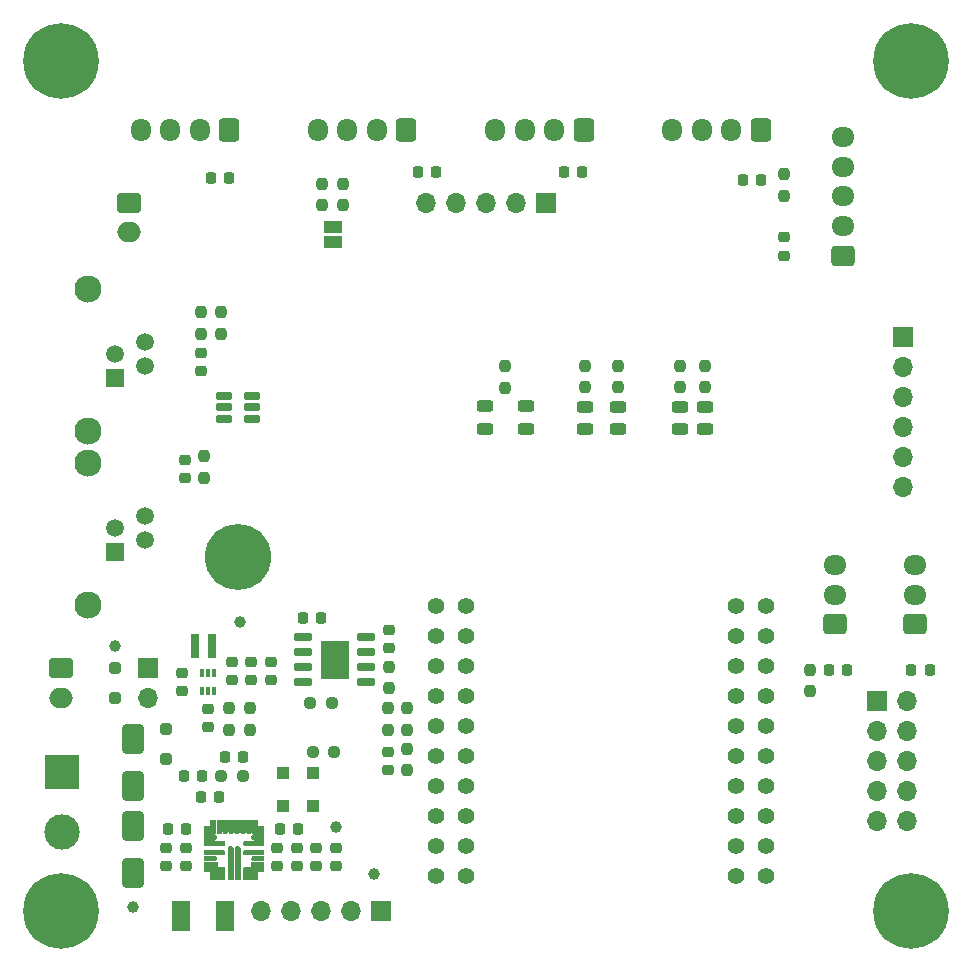
<source format=gbr>
%TF.GenerationSoftware,KiCad,Pcbnew,8.0.2*%
%TF.CreationDate,2024-05-30T14:16:54+02:00*%
%TF.ProjectId,Weather_IOT_1.0,57656174-6865-4725-9f49-4f545f312e30,1.0*%
%TF.SameCoordinates,Original*%
%TF.FileFunction,Soldermask,Top*%
%TF.FilePolarity,Negative*%
%FSLAX46Y46*%
G04 Gerber Fmt 4.6, Leading zero omitted, Abs format (unit mm)*
G04 Created by KiCad (PCBNEW 8.0.2) date 2024-05-30 14:16:54*
%MOMM*%
%LPD*%
G01*
G04 APERTURE LIST*
G04 Aperture macros list*
%AMRoundRect*
0 Rectangle with rounded corners*
0 $1 Rounding radius*
0 $2 $3 $4 $5 $6 $7 $8 $9 X,Y pos of 4 corners*
0 Add a 4 corners polygon primitive as box body*
4,1,4,$2,$3,$4,$5,$6,$7,$8,$9,$2,$3,0*
0 Add four circle primitives for the rounded corners*
1,1,$1+$1,$2,$3*
1,1,$1+$1,$4,$5*
1,1,$1+$1,$6,$7*
1,1,$1+$1,$8,$9*
0 Add four rect primitives between the rounded corners*
20,1,$1+$1,$2,$3,$4,$5,0*
20,1,$1+$1,$4,$5,$6,$7,0*
20,1,$1+$1,$6,$7,$8,$9,0*
20,1,$1+$1,$8,$9,$2,$3,0*%
G04 Aperture macros list end*
%ADD10C,0.010000*%
%ADD11RoundRect,0.225000X-0.250000X0.225000X-0.250000X-0.225000X0.250000X-0.225000X0.250000X0.225000X0*%
%ADD12C,2.300000*%
%ADD13R,1.500000X1.500000*%
%ADD14C,1.500000*%
%ADD15RoundRect,0.250000X0.725000X-0.600000X0.725000X0.600000X-0.725000X0.600000X-0.725000X-0.600000X0*%
%ADD16O,1.950000X1.700000*%
%ADD17C,0.800000*%
%ADD18C,6.400000*%
%ADD19C,1.000000*%
%ADD20RoundRect,0.237500X0.237500X-0.250000X0.237500X0.250000X-0.237500X0.250000X-0.237500X-0.250000X0*%
%ADD21R,1.500000X1.000000*%
%ADD22RoundRect,0.243750X-0.456250X0.243750X-0.456250X-0.243750X0.456250X-0.243750X0.456250X0.243750X0*%
%ADD23RoundRect,0.250000X-0.750000X0.600000X-0.750000X-0.600000X0.750000X-0.600000X0.750000X0.600000X0*%
%ADD24O,2.000000X1.700000*%
%ADD25RoundRect,0.250000X0.650000X-1.000000X0.650000X1.000000X-0.650000X1.000000X-0.650000X-1.000000X0*%
%ADD26RoundRect,0.237500X-0.237500X0.250000X-0.237500X-0.250000X0.237500X-0.250000X0.237500X0.250000X0*%
%ADD27RoundRect,0.225000X0.225000X0.250000X-0.225000X0.250000X-0.225000X-0.250000X0.225000X-0.250000X0*%
%ADD28RoundRect,0.243750X0.456250X-0.243750X0.456250X0.243750X-0.456250X0.243750X-0.456250X-0.243750X0*%
%ADD29RoundRect,0.250000X0.600000X0.725000X-0.600000X0.725000X-0.600000X-0.725000X0.600000X-0.725000X0*%
%ADD30O,1.700000X1.950000*%
%ADD31R,0.700000X2.000000*%
%ADD32R,0.340000X0.700000*%
%ADD33RoundRect,0.225000X-0.225000X-0.250000X0.225000X-0.250000X0.225000X0.250000X-0.225000X0.250000X0*%
%ADD34R,1.700000X1.700000*%
%ADD35O,1.700000X1.700000*%
%ADD36R,1.500000X2.500000*%
%ADD37RoundRect,0.225000X0.250000X-0.225000X0.250000X0.225000X-0.250000X0.225000X-0.250000X-0.225000X0*%
%ADD38RoundRect,0.237500X0.250000X0.237500X-0.250000X0.237500X-0.250000X-0.237500X0.250000X-0.237500X0*%
%ADD39RoundRect,0.150000X0.650000X0.150000X-0.650000X0.150000X-0.650000X-0.150000X0.650000X-0.150000X0*%
%ADD40R,2.400000X3.200000*%
%ADD41RoundRect,0.250000X-0.650000X1.000000X-0.650000X-1.000000X0.650000X-1.000000X0.650000X1.000000X0*%
%ADD42C,1.400000*%
%ADD43RoundRect,0.042000X-0.633000X-0.258000X0.633000X-0.258000X0.633000X0.258000X-0.633000X0.258000X0*%
%ADD44C,5.600000*%
%ADD45RoundRect,0.237500X-0.250000X-0.237500X0.250000X-0.237500X0.250000X0.237500X-0.250000X0.237500X0*%
%ADD46RoundRect,0.250000X0.300000X-0.300000X0.300000X0.300000X-0.300000X0.300000X-0.300000X-0.300000X0*%
%ADD47RoundRect,0.250000X0.250000X-0.250000X0.250000X0.250000X-0.250000X0.250000X-0.250000X-0.250000X0*%
%ADD48RoundRect,0.250000X-0.250000X0.250000X-0.250000X-0.250000X0.250000X-0.250000X0.250000X0.250000X0*%
%ADD49R,3.000000X3.000000*%
%ADD50C,3.000000*%
G04 APERTURE END LIST*
D10*
%TO.C,U3*%
X117075000Y-129402000D02*
X116150000Y-129402000D01*
X116150000Y-128802000D01*
X116625000Y-128802000D01*
X116625000Y-128327000D01*
X117075000Y-128327000D01*
X117075000Y-129402000D01*
G36*
X117075000Y-129402000D02*
G01*
X116150000Y-129402000D01*
X116150000Y-128802000D01*
X116625000Y-128802000D01*
X116625000Y-128327000D01*
X117075000Y-128327000D01*
X117075000Y-129402000D01*
G37*
X120625000Y-128802000D02*
X121100000Y-128802000D01*
X121100000Y-129402000D01*
X120175000Y-129402000D01*
X120175000Y-128327000D01*
X120625000Y-128327000D01*
X120625000Y-128802000D01*
G36*
X120625000Y-128802000D02*
G01*
X121100000Y-128802000D01*
X121100000Y-129402000D01*
X120175000Y-129402000D01*
X120175000Y-128327000D01*
X120625000Y-128327000D01*
X120625000Y-128802000D01*
G37*
X116968000Y-131353000D02*
X116986000Y-131356000D01*
X117004000Y-131361000D01*
X117021000Y-131367000D01*
X117037000Y-131375000D01*
X117053000Y-131385000D01*
X117067000Y-131397000D01*
X117080000Y-131410000D01*
X117092000Y-131424000D01*
X117102000Y-131440000D01*
X117110000Y-131456000D01*
X117116000Y-131473000D01*
X117121000Y-131491000D01*
X117124000Y-131509000D01*
X117125000Y-131527000D01*
X117124000Y-131545000D01*
X117121000Y-131563000D01*
X117116000Y-131581000D01*
X117110000Y-131598000D01*
X117102000Y-131615000D01*
X117092000Y-131630000D01*
X117080000Y-131644000D01*
X117067000Y-131657000D01*
X117053000Y-131669000D01*
X117037000Y-131679000D01*
X117021000Y-131687000D01*
X117004000Y-131693000D01*
X116986000Y-131698000D01*
X116968000Y-131701000D01*
X116950000Y-131702000D01*
X116150000Y-131702000D01*
X116150000Y-131352000D01*
X116950000Y-131352000D01*
X116968000Y-131353000D01*
G36*
X116968000Y-131353000D02*
G01*
X116986000Y-131356000D01*
X117004000Y-131361000D01*
X117021000Y-131367000D01*
X117037000Y-131375000D01*
X117053000Y-131385000D01*
X117067000Y-131397000D01*
X117080000Y-131410000D01*
X117092000Y-131424000D01*
X117102000Y-131440000D01*
X117110000Y-131456000D01*
X117116000Y-131473000D01*
X117121000Y-131491000D01*
X117124000Y-131509000D01*
X117125000Y-131527000D01*
X117124000Y-131545000D01*
X117121000Y-131563000D01*
X117116000Y-131581000D01*
X117110000Y-131598000D01*
X117102000Y-131615000D01*
X117092000Y-131630000D01*
X117080000Y-131644000D01*
X117067000Y-131657000D01*
X117053000Y-131669000D01*
X117037000Y-131679000D01*
X117021000Y-131687000D01*
X117004000Y-131693000D01*
X116986000Y-131698000D01*
X116968000Y-131701000D01*
X116950000Y-131702000D01*
X116150000Y-131702000D01*
X116150000Y-131352000D01*
X116950000Y-131352000D01*
X116968000Y-131353000D01*
G37*
X116924000Y-129503000D02*
X116947000Y-129507000D01*
X116970000Y-129513000D01*
X116992000Y-129521000D01*
X117012000Y-129532000D01*
X117032000Y-129545000D01*
X117051000Y-129560000D01*
X117067000Y-129576000D01*
X117082000Y-129595000D01*
X117095000Y-129614000D01*
X117106000Y-129635000D01*
X117114000Y-129657000D01*
X117120000Y-129680000D01*
X117124000Y-129703000D01*
X117125000Y-129727000D01*
X117124000Y-129751000D01*
X117120000Y-129774000D01*
X117114000Y-129797000D01*
X117106000Y-129819000D01*
X117095000Y-129840000D01*
X117082000Y-129859000D01*
X117067000Y-129878000D01*
X117051000Y-129894000D01*
X117032000Y-129909000D01*
X117012000Y-129922000D01*
X116992000Y-129933000D01*
X116970000Y-129941000D01*
X116947000Y-129947000D01*
X116924000Y-129951000D01*
X116900000Y-129952000D01*
X116150000Y-129952000D01*
X116150000Y-129502000D01*
X116900000Y-129502000D01*
X116924000Y-129503000D01*
G36*
X116924000Y-129503000D02*
G01*
X116947000Y-129507000D01*
X116970000Y-129513000D01*
X116992000Y-129521000D01*
X117012000Y-129532000D01*
X117032000Y-129545000D01*
X117051000Y-129560000D01*
X117067000Y-129576000D01*
X117082000Y-129595000D01*
X117095000Y-129614000D01*
X117106000Y-129635000D01*
X117114000Y-129657000D01*
X117120000Y-129680000D01*
X117124000Y-129703000D01*
X117125000Y-129727000D01*
X117124000Y-129751000D01*
X117120000Y-129774000D01*
X117114000Y-129797000D01*
X117106000Y-129819000D01*
X117095000Y-129840000D01*
X117082000Y-129859000D01*
X117067000Y-129878000D01*
X117051000Y-129894000D01*
X117032000Y-129909000D01*
X117012000Y-129922000D01*
X116992000Y-129933000D01*
X116970000Y-129941000D01*
X116947000Y-129947000D01*
X116924000Y-129951000D01*
X116900000Y-129952000D01*
X116150000Y-129952000D01*
X116150000Y-129502000D01*
X116900000Y-129502000D01*
X116924000Y-129503000D01*
G37*
X117575000Y-129202000D02*
X117574000Y-129223000D01*
X117571000Y-129244000D01*
X117565000Y-129264000D01*
X117558000Y-129283000D01*
X117548000Y-129302000D01*
X117537000Y-129320000D01*
X117524000Y-129336000D01*
X117509000Y-129351000D01*
X117493000Y-129364000D01*
X117475000Y-129375000D01*
X117456000Y-129385000D01*
X117437000Y-129392000D01*
X117417000Y-129398000D01*
X117396000Y-129401000D01*
X117375000Y-129402000D01*
X117354000Y-129401000D01*
X117333000Y-129398000D01*
X117313000Y-129392000D01*
X117294000Y-129385000D01*
X117275000Y-129375000D01*
X117257000Y-129364000D01*
X117241000Y-129351000D01*
X117226000Y-129336000D01*
X117213000Y-129320000D01*
X117202000Y-129302000D01*
X117192000Y-129283000D01*
X117185000Y-129264000D01*
X117179000Y-129244000D01*
X117176000Y-129223000D01*
X117175000Y-129202000D01*
X117175000Y-128327000D01*
X117575000Y-128327000D01*
X117575000Y-129202000D01*
G36*
X117575000Y-129202000D02*
G01*
X117574000Y-129223000D01*
X117571000Y-129244000D01*
X117565000Y-129264000D01*
X117558000Y-129283000D01*
X117548000Y-129302000D01*
X117537000Y-129320000D01*
X117524000Y-129336000D01*
X117509000Y-129351000D01*
X117493000Y-129364000D01*
X117475000Y-129375000D01*
X117456000Y-129385000D01*
X117437000Y-129392000D01*
X117417000Y-129398000D01*
X117396000Y-129401000D01*
X117375000Y-129402000D01*
X117354000Y-129401000D01*
X117333000Y-129398000D01*
X117313000Y-129392000D01*
X117294000Y-129385000D01*
X117275000Y-129375000D01*
X117257000Y-129364000D01*
X117241000Y-129351000D01*
X117226000Y-129336000D01*
X117213000Y-129320000D01*
X117202000Y-129302000D01*
X117192000Y-129283000D01*
X117185000Y-129264000D01*
X117179000Y-129244000D01*
X117176000Y-129223000D01*
X117175000Y-129202000D01*
X117175000Y-128327000D01*
X117575000Y-128327000D01*
X117575000Y-129202000D01*
G37*
X118075000Y-129202000D02*
X118074000Y-129223000D01*
X118071000Y-129244000D01*
X118065000Y-129264000D01*
X118058000Y-129283000D01*
X118048000Y-129302000D01*
X118037000Y-129320000D01*
X118024000Y-129336000D01*
X118009000Y-129351000D01*
X117993000Y-129364000D01*
X117975000Y-129375000D01*
X117956000Y-129385000D01*
X117937000Y-129392000D01*
X117917000Y-129398000D01*
X117896000Y-129401000D01*
X117875000Y-129402000D01*
X117854000Y-129401000D01*
X117833000Y-129398000D01*
X117813000Y-129392000D01*
X117794000Y-129385000D01*
X117775000Y-129375000D01*
X117757000Y-129364000D01*
X117741000Y-129351000D01*
X117726000Y-129336000D01*
X117713000Y-129320000D01*
X117702000Y-129302000D01*
X117692000Y-129283000D01*
X117685000Y-129264000D01*
X117679000Y-129244000D01*
X117676000Y-129223000D01*
X117675000Y-129202000D01*
X117675000Y-128327000D01*
X118075000Y-128327000D01*
X118075000Y-129202000D01*
G36*
X118075000Y-129202000D02*
G01*
X118074000Y-129223000D01*
X118071000Y-129244000D01*
X118065000Y-129264000D01*
X118058000Y-129283000D01*
X118048000Y-129302000D01*
X118037000Y-129320000D01*
X118024000Y-129336000D01*
X118009000Y-129351000D01*
X117993000Y-129364000D01*
X117975000Y-129375000D01*
X117956000Y-129385000D01*
X117937000Y-129392000D01*
X117917000Y-129398000D01*
X117896000Y-129401000D01*
X117875000Y-129402000D01*
X117854000Y-129401000D01*
X117833000Y-129398000D01*
X117813000Y-129392000D01*
X117794000Y-129385000D01*
X117775000Y-129375000D01*
X117757000Y-129364000D01*
X117741000Y-129351000D01*
X117726000Y-129336000D01*
X117713000Y-129320000D01*
X117702000Y-129302000D01*
X117692000Y-129283000D01*
X117685000Y-129264000D01*
X117679000Y-129244000D01*
X117676000Y-129223000D01*
X117675000Y-129202000D01*
X117675000Y-128327000D01*
X118075000Y-128327000D01*
X118075000Y-129202000D01*
G37*
X118346000Y-130503000D02*
X118367000Y-130506000D01*
X118387000Y-130512000D01*
X118406000Y-130519000D01*
X118425000Y-130529000D01*
X118443000Y-130540000D01*
X118459000Y-130553000D01*
X118474000Y-130568000D01*
X118487000Y-130584000D01*
X118498000Y-130602000D01*
X118508000Y-130621000D01*
X118515000Y-130640000D01*
X118521000Y-130660000D01*
X118524000Y-130681000D01*
X118525000Y-130702000D01*
X118525000Y-133277000D01*
X118125000Y-133277000D01*
X118125000Y-130702000D01*
X118126000Y-130681000D01*
X118129000Y-130660000D01*
X118135000Y-130640000D01*
X118142000Y-130621000D01*
X118152000Y-130602000D01*
X118163000Y-130584000D01*
X118176000Y-130568000D01*
X118191000Y-130553000D01*
X118207000Y-130540000D01*
X118225000Y-130529000D01*
X118244000Y-130519000D01*
X118263000Y-130512000D01*
X118283000Y-130506000D01*
X118304000Y-130503000D01*
X118325000Y-130502000D01*
X118346000Y-130503000D01*
G36*
X118346000Y-130503000D02*
G01*
X118367000Y-130506000D01*
X118387000Y-130512000D01*
X118406000Y-130519000D01*
X118425000Y-130529000D01*
X118443000Y-130540000D01*
X118459000Y-130553000D01*
X118474000Y-130568000D01*
X118487000Y-130584000D01*
X118498000Y-130602000D01*
X118508000Y-130621000D01*
X118515000Y-130640000D01*
X118521000Y-130660000D01*
X118524000Y-130681000D01*
X118525000Y-130702000D01*
X118525000Y-133277000D01*
X118125000Y-133277000D01*
X118125000Y-130702000D01*
X118126000Y-130681000D01*
X118129000Y-130660000D01*
X118135000Y-130640000D01*
X118142000Y-130621000D01*
X118152000Y-130602000D01*
X118163000Y-130584000D01*
X118176000Y-130568000D01*
X118191000Y-130553000D01*
X118207000Y-130540000D01*
X118225000Y-130529000D01*
X118244000Y-130519000D01*
X118263000Y-130512000D01*
X118283000Y-130506000D01*
X118304000Y-130503000D01*
X118325000Y-130502000D01*
X118346000Y-130503000D01*
G37*
X118575000Y-129202000D02*
X118574000Y-129223000D01*
X118571000Y-129244000D01*
X118565000Y-129264000D01*
X118558000Y-129283000D01*
X118548000Y-129302000D01*
X118537000Y-129320000D01*
X118524000Y-129336000D01*
X118509000Y-129351000D01*
X118493000Y-129364000D01*
X118475000Y-129375000D01*
X118456000Y-129385000D01*
X118437000Y-129392000D01*
X118417000Y-129398000D01*
X118396000Y-129401000D01*
X118375000Y-129402000D01*
X118354000Y-129401000D01*
X118333000Y-129398000D01*
X118313000Y-129392000D01*
X118294000Y-129385000D01*
X118275000Y-129375000D01*
X118257000Y-129364000D01*
X118241000Y-129351000D01*
X118226000Y-129336000D01*
X118213000Y-129320000D01*
X118202000Y-129302000D01*
X118192000Y-129283000D01*
X118185000Y-129264000D01*
X118179000Y-129244000D01*
X118176000Y-129223000D01*
X118175000Y-129202000D01*
X118175000Y-128327000D01*
X118575000Y-128327000D01*
X118575000Y-129202000D01*
G36*
X118575000Y-129202000D02*
G01*
X118574000Y-129223000D01*
X118571000Y-129244000D01*
X118565000Y-129264000D01*
X118558000Y-129283000D01*
X118548000Y-129302000D01*
X118537000Y-129320000D01*
X118524000Y-129336000D01*
X118509000Y-129351000D01*
X118493000Y-129364000D01*
X118475000Y-129375000D01*
X118456000Y-129385000D01*
X118437000Y-129392000D01*
X118417000Y-129398000D01*
X118396000Y-129401000D01*
X118375000Y-129402000D01*
X118354000Y-129401000D01*
X118333000Y-129398000D01*
X118313000Y-129392000D01*
X118294000Y-129385000D01*
X118275000Y-129375000D01*
X118257000Y-129364000D01*
X118241000Y-129351000D01*
X118226000Y-129336000D01*
X118213000Y-129320000D01*
X118202000Y-129302000D01*
X118192000Y-129283000D01*
X118185000Y-129264000D01*
X118179000Y-129244000D01*
X118176000Y-129223000D01*
X118175000Y-129202000D01*
X118175000Y-128327000D01*
X118575000Y-128327000D01*
X118575000Y-129202000D01*
G37*
X119075000Y-129202000D02*
X119074000Y-129223000D01*
X119071000Y-129244000D01*
X119065000Y-129264000D01*
X119058000Y-129283000D01*
X119048000Y-129302000D01*
X119037000Y-129320000D01*
X119024000Y-129336000D01*
X119009000Y-129351000D01*
X118993000Y-129364000D01*
X118975000Y-129375000D01*
X118956000Y-129385000D01*
X118937000Y-129392000D01*
X118917000Y-129398000D01*
X118896000Y-129401000D01*
X118875000Y-129402000D01*
X118854000Y-129401000D01*
X118833000Y-129398000D01*
X118813000Y-129392000D01*
X118794000Y-129385000D01*
X118775000Y-129375000D01*
X118757000Y-129364000D01*
X118741000Y-129351000D01*
X118726000Y-129336000D01*
X118713000Y-129320000D01*
X118702000Y-129302000D01*
X118692000Y-129283000D01*
X118685000Y-129264000D01*
X118679000Y-129244000D01*
X118676000Y-129223000D01*
X118675000Y-129202000D01*
X118675000Y-128327000D01*
X119075000Y-128327000D01*
X119075000Y-129202000D01*
G36*
X119075000Y-129202000D02*
G01*
X119074000Y-129223000D01*
X119071000Y-129244000D01*
X119065000Y-129264000D01*
X119058000Y-129283000D01*
X119048000Y-129302000D01*
X119037000Y-129320000D01*
X119024000Y-129336000D01*
X119009000Y-129351000D01*
X118993000Y-129364000D01*
X118975000Y-129375000D01*
X118956000Y-129385000D01*
X118937000Y-129392000D01*
X118917000Y-129398000D01*
X118896000Y-129401000D01*
X118875000Y-129402000D01*
X118854000Y-129401000D01*
X118833000Y-129398000D01*
X118813000Y-129392000D01*
X118794000Y-129385000D01*
X118775000Y-129375000D01*
X118757000Y-129364000D01*
X118741000Y-129351000D01*
X118726000Y-129336000D01*
X118713000Y-129320000D01*
X118702000Y-129302000D01*
X118692000Y-129283000D01*
X118685000Y-129264000D01*
X118679000Y-129244000D01*
X118676000Y-129223000D01*
X118675000Y-129202000D01*
X118675000Y-128327000D01*
X119075000Y-128327000D01*
X119075000Y-129202000D01*
G37*
X118946000Y-130503000D02*
X118967000Y-130506000D01*
X118987000Y-130512000D01*
X119006000Y-130519000D01*
X119025000Y-130529000D01*
X119043000Y-130540000D01*
X119059000Y-130553000D01*
X119074000Y-130568000D01*
X119087000Y-130584000D01*
X119098000Y-130602000D01*
X119108000Y-130621000D01*
X119115000Y-130640000D01*
X119121000Y-130660000D01*
X119124000Y-130681000D01*
X119125000Y-130702000D01*
X119125000Y-133277000D01*
X118725000Y-133277000D01*
X118725000Y-130702000D01*
X118726000Y-130681000D01*
X118729000Y-130660000D01*
X118735000Y-130640000D01*
X118742000Y-130621000D01*
X118752000Y-130602000D01*
X118763000Y-130584000D01*
X118776000Y-130568000D01*
X118791000Y-130553000D01*
X118807000Y-130540000D01*
X118825000Y-130529000D01*
X118844000Y-130519000D01*
X118863000Y-130512000D01*
X118883000Y-130506000D01*
X118904000Y-130503000D01*
X118925000Y-130502000D01*
X118946000Y-130503000D01*
G36*
X118946000Y-130503000D02*
G01*
X118967000Y-130506000D01*
X118987000Y-130512000D01*
X119006000Y-130519000D01*
X119025000Y-130529000D01*
X119043000Y-130540000D01*
X119059000Y-130553000D01*
X119074000Y-130568000D01*
X119087000Y-130584000D01*
X119098000Y-130602000D01*
X119108000Y-130621000D01*
X119115000Y-130640000D01*
X119121000Y-130660000D01*
X119124000Y-130681000D01*
X119125000Y-130702000D01*
X119125000Y-133277000D01*
X118725000Y-133277000D01*
X118725000Y-130702000D01*
X118726000Y-130681000D01*
X118729000Y-130660000D01*
X118735000Y-130640000D01*
X118742000Y-130621000D01*
X118752000Y-130602000D01*
X118763000Y-130584000D01*
X118776000Y-130568000D01*
X118791000Y-130553000D01*
X118807000Y-130540000D01*
X118825000Y-130529000D01*
X118844000Y-130519000D01*
X118863000Y-130512000D01*
X118883000Y-130506000D01*
X118904000Y-130503000D01*
X118925000Y-130502000D01*
X118946000Y-130503000D01*
G37*
X119575000Y-129202000D02*
X119574000Y-129223000D01*
X119571000Y-129244000D01*
X119565000Y-129264000D01*
X119558000Y-129283000D01*
X119548000Y-129302000D01*
X119537000Y-129320000D01*
X119524000Y-129336000D01*
X119509000Y-129351000D01*
X119493000Y-129364000D01*
X119475000Y-129375000D01*
X119456000Y-129385000D01*
X119437000Y-129392000D01*
X119417000Y-129398000D01*
X119396000Y-129401000D01*
X119375000Y-129402000D01*
X119354000Y-129401000D01*
X119333000Y-129398000D01*
X119313000Y-129392000D01*
X119294000Y-129385000D01*
X119275000Y-129375000D01*
X119257000Y-129364000D01*
X119241000Y-129351000D01*
X119226000Y-129336000D01*
X119213000Y-129320000D01*
X119202000Y-129302000D01*
X119192000Y-129283000D01*
X119185000Y-129264000D01*
X119179000Y-129244000D01*
X119176000Y-129223000D01*
X119175000Y-129202000D01*
X119175000Y-128327000D01*
X119575000Y-128327000D01*
X119575000Y-129202000D01*
G36*
X119575000Y-129202000D02*
G01*
X119574000Y-129223000D01*
X119571000Y-129244000D01*
X119565000Y-129264000D01*
X119558000Y-129283000D01*
X119548000Y-129302000D01*
X119537000Y-129320000D01*
X119524000Y-129336000D01*
X119509000Y-129351000D01*
X119493000Y-129364000D01*
X119475000Y-129375000D01*
X119456000Y-129385000D01*
X119437000Y-129392000D01*
X119417000Y-129398000D01*
X119396000Y-129401000D01*
X119375000Y-129402000D01*
X119354000Y-129401000D01*
X119333000Y-129398000D01*
X119313000Y-129392000D01*
X119294000Y-129385000D01*
X119275000Y-129375000D01*
X119257000Y-129364000D01*
X119241000Y-129351000D01*
X119226000Y-129336000D01*
X119213000Y-129320000D01*
X119202000Y-129302000D01*
X119192000Y-129283000D01*
X119185000Y-129264000D01*
X119179000Y-129244000D01*
X119176000Y-129223000D01*
X119175000Y-129202000D01*
X119175000Y-128327000D01*
X119575000Y-128327000D01*
X119575000Y-129202000D01*
G37*
X120075000Y-129202000D02*
X120074000Y-129223000D01*
X120071000Y-129244000D01*
X120065000Y-129264000D01*
X120058000Y-129283000D01*
X120048000Y-129302000D01*
X120037000Y-129320000D01*
X120024000Y-129336000D01*
X120009000Y-129351000D01*
X119993000Y-129364000D01*
X119975000Y-129375000D01*
X119956000Y-129385000D01*
X119937000Y-129392000D01*
X119917000Y-129398000D01*
X119896000Y-129401000D01*
X119875000Y-129402000D01*
X119854000Y-129401000D01*
X119833000Y-129398000D01*
X119813000Y-129392000D01*
X119794000Y-129385000D01*
X119775000Y-129375000D01*
X119757000Y-129364000D01*
X119741000Y-129351000D01*
X119726000Y-129336000D01*
X119713000Y-129320000D01*
X119702000Y-129302000D01*
X119692000Y-129283000D01*
X119685000Y-129264000D01*
X119679000Y-129244000D01*
X119676000Y-129223000D01*
X119675000Y-129202000D01*
X119675000Y-128327000D01*
X120075000Y-128327000D01*
X120075000Y-129202000D01*
G36*
X120075000Y-129202000D02*
G01*
X120074000Y-129223000D01*
X120071000Y-129244000D01*
X120065000Y-129264000D01*
X120058000Y-129283000D01*
X120048000Y-129302000D01*
X120037000Y-129320000D01*
X120024000Y-129336000D01*
X120009000Y-129351000D01*
X119993000Y-129364000D01*
X119975000Y-129375000D01*
X119956000Y-129385000D01*
X119937000Y-129392000D01*
X119917000Y-129398000D01*
X119896000Y-129401000D01*
X119875000Y-129402000D01*
X119854000Y-129401000D01*
X119833000Y-129398000D01*
X119813000Y-129392000D01*
X119794000Y-129385000D01*
X119775000Y-129375000D01*
X119757000Y-129364000D01*
X119741000Y-129351000D01*
X119726000Y-129336000D01*
X119713000Y-129320000D01*
X119702000Y-129302000D01*
X119692000Y-129283000D01*
X119685000Y-129264000D01*
X119679000Y-129244000D01*
X119676000Y-129223000D01*
X119675000Y-129202000D01*
X119675000Y-128327000D01*
X120075000Y-128327000D01*
X120075000Y-129202000D01*
G37*
X121100000Y-129952000D02*
X120350000Y-129952000D01*
X120326000Y-129951000D01*
X120303000Y-129947000D01*
X120280000Y-129941000D01*
X120258000Y-129933000D01*
X120238000Y-129922000D01*
X120218000Y-129909000D01*
X120199000Y-129894000D01*
X120183000Y-129878000D01*
X120168000Y-129859000D01*
X120155000Y-129840000D01*
X120144000Y-129819000D01*
X120136000Y-129797000D01*
X120130000Y-129774000D01*
X120126000Y-129751000D01*
X120125000Y-129727000D01*
X120126000Y-129703000D01*
X120130000Y-129680000D01*
X120136000Y-129657000D01*
X120144000Y-129635000D01*
X120155000Y-129614000D01*
X120168000Y-129595000D01*
X120183000Y-129576000D01*
X120199000Y-129560000D01*
X120218000Y-129545000D01*
X120238000Y-129532000D01*
X120258000Y-129521000D01*
X120280000Y-129513000D01*
X120303000Y-129507000D01*
X120326000Y-129503000D01*
X120350000Y-129502000D01*
X121100000Y-129502000D01*
X121100000Y-129952000D01*
G36*
X121100000Y-129952000D02*
G01*
X120350000Y-129952000D01*
X120326000Y-129951000D01*
X120303000Y-129947000D01*
X120280000Y-129941000D01*
X120258000Y-129933000D01*
X120238000Y-129922000D01*
X120218000Y-129909000D01*
X120199000Y-129894000D01*
X120183000Y-129878000D01*
X120168000Y-129859000D01*
X120155000Y-129840000D01*
X120144000Y-129819000D01*
X120136000Y-129797000D01*
X120130000Y-129774000D01*
X120126000Y-129751000D01*
X120125000Y-129727000D01*
X120126000Y-129703000D01*
X120130000Y-129680000D01*
X120136000Y-129657000D01*
X120144000Y-129635000D01*
X120155000Y-129614000D01*
X120168000Y-129595000D01*
X120183000Y-129576000D01*
X120199000Y-129560000D01*
X120218000Y-129545000D01*
X120238000Y-129532000D01*
X120258000Y-129521000D01*
X120280000Y-129513000D01*
X120303000Y-129507000D01*
X120326000Y-129503000D01*
X120350000Y-129502000D01*
X121100000Y-129502000D01*
X121100000Y-129952000D01*
G37*
X121100000Y-131702000D02*
X120300000Y-131702000D01*
X120282000Y-131701000D01*
X120264000Y-131698000D01*
X120246000Y-131693000D01*
X120229000Y-131687000D01*
X120212000Y-131679000D01*
X120197000Y-131669000D01*
X120183000Y-131657000D01*
X120170000Y-131644000D01*
X120158000Y-131630000D01*
X120148000Y-131615000D01*
X120140000Y-131598000D01*
X120134000Y-131581000D01*
X120129000Y-131563000D01*
X120126000Y-131545000D01*
X120125000Y-131527000D01*
X120126000Y-131509000D01*
X120129000Y-131491000D01*
X120134000Y-131473000D01*
X120140000Y-131456000D01*
X120148000Y-131440000D01*
X120158000Y-131424000D01*
X120170000Y-131410000D01*
X120183000Y-131397000D01*
X120197000Y-131385000D01*
X120213000Y-131375000D01*
X120229000Y-131367000D01*
X120246000Y-131361000D01*
X120264000Y-131356000D01*
X120282000Y-131353000D01*
X120300000Y-131352000D01*
X121100000Y-131352000D01*
X121100000Y-131702000D01*
G36*
X121100000Y-131702000D02*
G01*
X120300000Y-131702000D01*
X120282000Y-131701000D01*
X120264000Y-131698000D01*
X120246000Y-131693000D01*
X120229000Y-131687000D01*
X120212000Y-131679000D01*
X120197000Y-131669000D01*
X120183000Y-131657000D01*
X120170000Y-131644000D01*
X120158000Y-131630000D01*
X120148000Y-131615000D01*
X120140000Y-131598000D01*
X120134000Y-131581000D01*
X120129000Y-131563000D01*
X120126000Y-131545000D01*
X120125000Y-131527000D01*
X120126000Y-131509000D01*
X120129000Y-131491000D01*
X120134000Y-131473000D01*
X120140000Y-131456000D01*
X120148000Y-131440000D01*
X120158000Y-131424000D01*
X120170000Y-131410000D01*
X120183000Y-131397000D01*
X120197000Y-131385000D01*
X120213000Y-131375000D01*
X120229000Y-131367000D01*
X120246000Y-131361000D01*
X120264000Y-131356000D01*
X120282000Y-131353000D01*
X120300000Y-131352000D01*
X121100000Y-131352000D01*
X121100000Y-131702000D01*
G37*
X117200000Y-132252000D02*
X117675000Y-132252000D01*
X117683000Y-132252000D01*
X117691000Y-132253000D01*
X117698000Y-132254000D01*
X117706000Y-132255000D01*
X117714000Y-132257000D01*
X117721000Y-132259000D01*
X117729000Y-132262000D01*
X117736000Y-132265000D01*
X117743000Y-132268000D01*
X117750000Y-132272000D01*
X117757000Y-132276000D01*
X117763000Y-132281000D01*
X117769000Y-132285000D01*
X117775000Y-132291000D01*
X117781000Y-132296000D01*
X117786000Y-132302000D01*
X117792000Y-132308000D01*
X117796000Y-132314000D01*
X117801000Y-132320000D01*
X117805000Y-132327000D01*
X117809000Y-132334000D01*
X117812000Y-132341000D01*
X117815000Y-132348000D01*
X117818000Y-132356000D01*
X117820000Y-132363000D01*
X117822000Y-132371000D01*
X117823000Y-132379000D01*
X117824000Y-132386000D01*
X117825000Y-132394000D01*
X117825000Y-132402000D01*
X117825000Y-133277000D01*
X116650000Y-133277000D01*
X116650000Y-132602000D01*
X116150000Y-132602000D01*
X116150000Y-131852000D01*
X117200000Y-131852000D01*
X117200000Y-132252000D01*
G36*
X117200000Y-132252000D02*
G01*
X117675000Y-132252000D01*
X117683000Y-132252000D01*
X117691000Y-132253000D01*
X117698000Y-132254000D01*
X117706000Y-132255000D01*
X117714000Y-132257000D01*
X117721000Y-132259000D01*
X117729000Y-132262000D01*
X117736000Y-132265000D01*
X117743000Y-132268000D01*
X117750000Y-132272000D01*
X117757000Y-132276000D01*
X117763000Y-132281000D01*
X117769000Y-132285000D01*
X117775000Y-132291000D01*
X117781000Y-132296000D01*
X117786000Y-132302000D01*
X117792000Y-132308000D01*
X117796000Y-132314000D01*
X117801000Y-132320000D01*
X117805000Y-132327000D01*
X117809000Y-132334000D01*
X117812000Y-132341000D01*
X117815000Y-132348000D01*
X117818000Y-132356000D01*
X117820000Y-132363000D01*
X117822000Y-132371000D01*
X117823000Y-132379000D01*
X117824000Y-132386000D01*
X117825000Y-132394000D01*
X117825000Y-132402000D01*
X117825000Y-133277000D01*
X116650000Y-133277000D01*
X116650000Y-132602000D01*
X116150000Y-132602000D01*
X116150000Y-131852000D01*
X117200000Y-131852000D01*
X117200000Y-132252000D01*
G37*
X121100000Y-132602000D02*
X120600000Y-132602000D01*
X120600000Y-133277000D01*
X119425000Y-133277000D01*
X119425000Y-132402000D01*
X119425000Y-132394000D01*
X119426000Y-132386000D01*
X119427000Y-132379000D01*
X119428000Y-132371000D01*
X119430000Y-132363000D01*
X119432000Y-132356000D01*
X119435000Y-132348000D01*
X119438000Y-132341000D01*
X119441000Y-132334000D01*
X119445000Y-132327000D01*
X119449000Y-132320000D01*
X119454000Y-132314000D01*
X119458000Y-132308000D01*
X119464000Y-132302000D01*
X119469000Y-132296000D01*
X119475000Y-132291000D01*
X119481000Y-132285000D01*
X119487000Y-132281000D01*
X119493000Y-132276000D01*
X119500000Y-132272000D01*
X119507000Y-132268000D01*
X119514000Y-132265000D01*
X119521000Y-132262000D01*
X119529000Y-132259000D01*
X119536000Y-132257000D01*
X119544000Y-132255000D01*
X119552000Y-132254000D01*
X119559000Y-132253000D01*
X119567000Y-132252000D01*
X119575000Y-132252000D01*
X120050000Y-132252000D01*
X120050000Y-131852000D01*
X121100000Y-131852000D01*
X121100000Y-132602000D01*
G36*
X121100000Y-132602000D02*
G01*
X120600000Y-132602000D01*
X120600000Y-133277000D01*
X119425000Y-133277000D01*
X119425000Y-132402000D01*
X119425000Y-132394000D01*
X119426000Y-132386000D01*
X119427000Y-132379000D01*
X119428000Y-132371000D01*
X119430000Y-132363000D01*
X119432000Y-132356000D01*
X119435000Y-132348000D01*
X119438000Y-132341000D01*
X119441000Y-132334000D01*
X119445000Y-132327000D01*
X119449000Y-132320000D01*
X119454000Y-132314000D01*
X119458000Y-132308000D01*
X119464000Y-132302000D01*
X119469000Y-132296000D01*
X119475000Y-132291000D01*
X119481000Y-132285000D01*
X119487000Y-132281000D01*
X119493000Y-132276000D01*
X119500000Y-132272000D01*
X119507000Y-132268000D01*
X119514000Y-132265000D01*
X119521000Y-132262000D01*
X119529000Y-132259000D01*
X119536000Y-132257000D01*
X119544000Y-132255000D01*
X119552000Y-132254000D01*
X119559000Y-132253000D01*
X119567000Y-132252000D01*
X119575000Y-132252000D01*
X120050000Y-132252000D01*
X120050000Y-131852000D01*
X121100000Y-131852000D01*
X121100000Y-132602000D01*
G37*
X117691000Y-130053000D02*
X117698000Y-130054000D01*
X117706000Y-130055000D01*
X117714000Y-130057000D01*
X117721000Y-130059000D01*
X117729000Y-130062000D01*
X117736000Y-130065000D01*
X117743000Y-130068000D01*
X117750000Y-130072000D01*
X117757000Y-130076000D01*
X117763000Y-130081000D01*
X117769000Y-130085000D01*
X117775000Y-130091000D01*
X117781000Y-130096000D01*
X117786000Y-130102000D01*
X117792000Y-130108000D01*
X117796000Y-130114000D01*
X117801000Y-130120000D01*
X117805000Y-130127000D01*
X117809000Y-130134000D01*
X117812000Y-130141000D01*
X117815000Y-130148000D01*
X117818000Y-130156000D01*
X117820000Y-130163000D01*
X117822000Y-130171000D01*
X117823000Y-130179000D01*
X117824000Y-130186000D01*
X117825000Y-130194000D01*
X117825000Y-130202000D01*
X117825000Y-130252000D01*
X117825000Y-130260000D01*
X117824000Y-130268000D01*
X117823000Y-130275000D01*
X117822000Y-130283000D01*
X117820000Y-130291000D01*
X117818000Y-130298000D01*
X117815000Y-130306000D01*
X117812000Y-130313000D01*
X117809000Y-130320000D01*
X117805000Y-130327000D01*
X117801000Y-130334000D01*
X117796000Y-130340000D01*
X117792000Y-130346000D01*
X117786000Y-130352000D01*
X117781000Y-130358000D01*
X117775000Y-130363000D01*
X117769000Y-130369000D01*
X117763000Y-130373000D01*
X117757000Y-130378000D01*
X117750000Y-130382000D01*
X117743000Y-130386000D01*
X117736000Y-130389000D01*
X117729000Y-130392000D01*
X117721000Y-130395000D01*
X117714000Y-130397000D01*
X117706000Y-130399000D01*
X117698000Y-130400000D01*
X117691000Y-130401000D01*
X117683000Y-130402000D01*
X117675000Y-130402000D01*
X116150000Y-130402000D01*
X116150000Y-130052000D01*
X117675000Y-130052000D01*
X117683000Y-130052000D01*
X117691000Y-130053000D01*
G36*
X117691000Y-130053000D02*
G01*
X117698000Y-130054000D01*
X117706000Y-130055000D01*
X117714000Y-130057000D01*
X117721000Y-130059000D01*
X117729000Y-130062000D01*
X117736000Y-130065000D01*
X117743000Y-130068000D01*
X117750000Y-130072000D01*
X117757000Y-130076000D01*
X117763000Y-130081000D01*
X117769000Y-130085000D01*
X117775000Y-130091000D01*
X117781000Y-130096000D01*
X117786000Y-130102000D01*
X117792000Y-130108000D01*
X117796000Y-130114000D01*
X117801000Y-130120000D01*
X117805000Y-130127000D01*
X117809000Y-130134000D01*
X117812000Y-130141000D01*
X117815000Y-130148000D01*
X117818000Y-130156000D01*
X117820000Y-130163000D01*
X117822000Y-130171000D01*
X117823000Y-130179000D01*
X117824000Y-130186000D01*
X117825000Y-130194000D01*
X117825000Y-130202000D01*
X117825000Y-130252000D01*
X117825000Y-130260000D01*
X117824000Y-130268000D01*
X117823000Y-130275000D01*
X117822000Y-130283000D01*
X117820000Y-130291000D01*
X117818000Y-130298000D01*
X117815000Y-130306000D01*
X117812000Y-130313000D01*
X117809000Y-130320000D01*
X117805000Y-130327000D01*
X117801000Y-130334000D01*
X117796000Y-130340000D01*
X117792000Y-130346000D01*
X117786000Y-130352000D01*
X117781000Y-130358000D01*
X117775000Y-130363000D01*
X117769000Y-130369000D01*
X117763000Y-130373000D01*
X117757000Y-130378000D01*
X117750000Y-130382000D01*
X117743000Y-130386000D01*
X117736000Y-130389000D01*
X117729000Y-130392000D01*
X117721000Y-130395000D01*
X117714000Y-130397000D01*
X117706000Y-130399000D01*
X117698000Y-130400000D01*
X117691000Y-130401000D01*
X117683000Y-130402000D01*
X117675000Y-130402000D01*
X116150000Y-130402000D01*
X116150000Y-130052000D01*
X117675000Y-130052000D01*
X117683000Y-130052000D01*
X117691000Y-130053000D01*
G37*
X117691000Y-130853000D02*
X117698000Y-130854000D01*
X117706000Y-130855000D01*
X117714000Y-130857000D01*
X117721000Y-130859000D01*
X117729000Y-130862000D01*
X117736000Y-130865000D01*
X117743000Y-130868000D01*
X117750000Y-130872000D01*
X117757000Y-130876000D01*
X117763000Y-130881000D01*
X117769000Y-130885000D01*
X117775000Y-130891000D01*
X117781000Y-130896000D01*
X117786000Y-130902000D01*
X117792000Y-130908000D01*
X117796000Y-130914000D01*
X117801000Y-130920000D01*
X117805000Y-130927000D01*
X117809000Y-130934000D01*
X117812000Y-130941000D01*
X117815000Y-130948000D01*
X117818000Y-130956000D01*
X117820000Y-130963000D01*
X117822000Y-130971000D01*
X117823000Y-130979000D01*
X117824000Y-130986000D01*
X117825000Y-130994000D01*
X117825000Y-131002000D01*
X117825000Y-131052000D01*
X117825000Y-131060000D01*
X117824000Y-131068000D01*
X117823000Y-131075000D01*
X117822000Y-131083000D01*
X117820000Y-131091000D01*
X117818000Y-131098000D01*
X117815000Y-131106000D01*
X117812000Y-131113000D01*
X117809000Y-131120000D01*
X117805000Y-131127000D01*
X117801000Y-131134000D01*
X117796000Y-131140000D01*
X117792000Y-131146000D01*
X117786000Y-131152000D01*
X117781000Y-131158000D01*
X117775000Y-131163000D01*
X117769000Y-131169000D01*
X117763000Y-131173000D01*
X117757000Y-131178000D01*
X117750000Y-131182000D01*
X117743000Y-131186000D01*
X117736000Y-131189000D01*
X117729000Y-131192000D01*
X117721000Y-131195000D01*
X117714000Y-131197000D01*
X117706000Y-131199000D01*
X117698000Y-131200000D01*
X117691000Y-131201000D01*
X117683000Y-131202000D01*
X117675000Y-131202000D01*
X116150000Y-131202000D01*
X116150000Y-130852000D01*
X117675000Y-130852000D01*
X117683000Y-130852000D01*
X117691000Y-130853000D01*
G36*
X117691000Y-130853000D02*
G01*
X117698000Y-130854000D01*
X117706000Y-130855000D01*
X117714000Y-130857000D01*
X117721000Y-130859000D01*
X117729000Y-130862000D01*
X117736000Y-130865000D01*
X117743000Y-130868000D01*
X117750000Y-130872000D01*
X117757000Y-130876000D01*
X117763000Y-130881000D01*
X117769000Y-130885000D01*
X117775000Y-130891000D01*
X117781000Y-130896000D01*
X117786000Y-130902000D01*
X117792000Y-130908000D01*
X117796000Y-130914000D01*
X117801000Y-130920000D01*
X117805000Y-130927000D01*
X117809000Y-130934000D01*
X117812000Y-130941000D01*
X117815000Y-130948000D01*
X117818000Y-130956000D01*
X117820000Y-130963000D01*
X117822000Y-130971000D01*
X117823000Y-130979000D01*
X117824000Y-130986000D01*
X117825000Y-130994000D01*
X117825000Y-131002000D01*
X117825000Y-131052000D01*
X117825000Y-131060000D01*
X117824000Y-131068000D01*
X117823000Y-131075000D01*
X117822000Y-131083000D01*
X117820000Y-131091000D01*
X117818000Y-131098000D01*
X117815000Y-131106000D01*
X117812000Y-131113000D01*
X117809000Y-131120000D01*
X117805000Y-131127000D01*
X117801000Y-131134000D01*
X117796000Y-131140000D01*
X117792000Y-131146000D01*
X117786000Y-131152000D01*
X117781000Y-131158000D01*
X117775000Y-131163000D01*
X117769000Y-131169000D01*
X117763000Y-131173000D01*
X117757000Y-131178000D01*
X117750000Y-131182000D01*
X117743000Y-131186000D01*
X117736000Y-131189000D01*
X117729000Y-131192000D01*
X117721000Y-131195000D01*
X117714000Y-131197000D01*
X117706000Y-131199000D01*
X117698000Y-131200000D01*
X117691000Y-131201000D01*
X117683000Y-131202000D01*
X117675000Y-131202000D01*
X116150000Y-131202000D01*
X116150000Y-130852000D01*
X117675000Y-130852000D01*
X117683000Y-130852000D01*
X117691000Y-130853000D01*
G37*
X121100000Y-130402000D02*
X119575000Y-130402000D01*
X119567000Y-130402000D01*
X119559000Y-130401000D01*
X119552000Y-130400000D01*
X119544000Y-130399000D01*
X119536000Y-130397000D01*
X119529000Y-130395000D01*
X119521000Y-130392000D01*
X119514000Y-130389000D01*
X119507000Y-130386000D01*
X119500000Y-130382000D01*
X119493000Y-130378000D01*
X119487000Y-130373000D01*
X119481000Y-130369000D01*
X119475000Y-130363000D01*
X119469000Y-130358000D01*
X119464000Y-130352000D01*
X119458000Y-130346000D01*
X119454000Y-130340000D01*
X119449000Y-130334000D01*
X119445000Y-130327000D01*
X119441000Y-130320000D01*
X119438000Y-130313000D01*
X119435000Y-130306000D01*
X119432000Y-130298000D01*
X119430000Y-130291000D01*
X119428000Y-130283000D01*
X119427000Y-130275000D01*
X119426000Y-130268000D01*
X119425000Y-130260000D01*
X119425000Y-130252000D01*
X119425000Y-130202000D01*
X119425000Y-130194000D01*
X119426000Y-130186000D01*
X119427000Y-130179000D01*
X119428000Y-130171000D01*
X119430000Y-130163000D01*
X119432000Y-130156000D01*
X119435000Y-130148000D01*
X119438000Y-130141000D01*
X119441000Y-130134000D01*
X119445000Y-130127000D01*
X119449000Y-130120000D01*
X119454000Y-130114000D01*
X119458000Y-130108000D01*
X119464000Y-130102000D01*
X119469000Y-130096000D01*
X119475000Y-130091000D01*
X119481000Y-130085000D01*
X119487000Y-130081000D01*
X119493000Y-130076000D01*
X119500000Y-130072000D01*
X119507000Y-130068000D01*
X119514000Y-130065000D01*
X119521000Y-130062000D01*
X119529000Y-130059000D01*
X119536000Y-130057000D01*
X119544000Y-130055000D01*
X119552000Y-130054000D01*
X119559000Y-130053000D01*
X119567000Y-130052000D01*
X119575000Y-130052000D01*
X121100000Y-130052000D01*
X121100000Y-130402000D01*
G36*
X121100000Y-130402000D02*
G01*
X119575000Y-130402000D01*
X119567000Y-130402000D01*
X119559000Y-130401000D01*
X119552000Y-130400000D01*
X119544000Y-130399000D01*
X119536000Y-130397000D01*
X119529000Y-130395000D01*
X119521000Y-130392000D01*
X119514000Y-130389000D01*
X119507000Y-130386000D01*
X119500000Y-130382000D01*
X119493000Y-130378000D01*
X119487000Y-130373000D01*
X119481000Y-130369000D01*
X119475000Y-130363000D01*
X119469000Y-130358000D01*
X119464000Y-130352000D01*
X119458000Y-130346000D01*
X119454000Y-130340000D01*
X119449000Y-130334000D01*
X119445000Y-130327000D01*
X119441000Y-130320000D01*
X119438000Y-130313000D01*
X119435000Y-130306000D01*
X119432000Y-130298000D01*
X119430000Y-130291000D01*
X119428000Y-130283000D01*
X119427000Y-130275000D01*
X119426000Y-130268000D01*
X119425000Y-130260000D01*
X119425000Y-130252000D01*
X119425000Y-130202000D01*
X119425000Y-130194000D01*
X119426000Y-130186000D01*
X119427000Y-130179000D01*
X119428000Y-130171000D01*
X119430000Y-130163000D01*
X119432000Y-130156000D01*
X119435000Y-130148000D01*
X119438000Y-130141000D01*
X119441000Y-130134000D01*
X119445000Y-130127000D01*
X119449000Y-130120000D01*
X119454000Y-130114000D01*
X119458000Y-130108000D01*
X119464000Y-130102000D01*
X119469000Y-130096000D01*
X119475000Y-130091000D01*
X119481000Y-130085000D01*
X119487000Y-130081000D01*
X119493000Y-130076000D01*
X119500000Y-130072000D01*
X119507000Y-130068000D01*
X119514000Y-130065000D01*
X119521000Y-130062000D01*
X119529000Y-130059000D01*
X119536000Y-130057000D01*
X119544000Y-130055000D01*
X119552000Y-130054000D01*
X119559000Y-130053000D01*
X119567000Y-130052000D01*
X119575000Y-130052000D01*
X121100000Y-130052000D01*
X121100000Y-130402000D01*
G37*
X121100000Y-131202000D02*
X119575000Y-131202000D01*
X119567000Y-131202000D01*
X119559000Y-131201000D01*
X119552000Y-131200000D01*
X119544000Y-131199000D01*
X119536000Y-131197000D01*
X119529000Y-131195000D01*
X119521000Y-131192000D01*
X119514000Y-131189000D01*
X119507000Y-131186000D01*
X119500000Y-131182000D01*
X119493000Y-131178000D01*
X119487000Y-131173000D01*
X119481000Y-131169000D01*
X119475000Y-131163000D01*
X119469000Y-131158000D01*
X119464000Y-131152000D01*
X119458000Y-131146000D01*
X119454000Y-131140000D01*
X119449000Y-131134000D01*
X119445000Y-131127000D01*
X119441000Y-131120000D01*
X119438000Y-131113000D01*
X119435000Y-131106000D01*
X119432000Y-131098000D01*
X119430000Y-131091000D01*
X119428000Y-131083000D01*
X119427000Y-131075000D01*
X119426000Y-131068000D01*
X119425000Y-131060000D01*
X119425000Y-131052000D01*
X119425000Y-131002000D01*
X119425000Y-130994000D01*
X119426000Y-130986000D01*
X119427000Y-130979000D01*
X119428000Y-130971000D01*
X119430000Y-130963000D01*
X119432000Y-130956000D01*
X119435000Y-130948000D01*
X119438000Y-130941000D01*
X119441000Y-130934000D01*
X119445000Y-130927000D01*
X119449000Y-130920000D01*
X119454000Y-130914000D01*
X119458000Y-130908000D01*
X119464000Y-130902000D01*
X119469000Y-130896000D01*
X119475000Y-130891000D01*
X119481000Y-130885000D01*
X119487000Y-130881000D01*
X119493000Y-130876000D01*
X119500000Y-130872000D01*
X119507000Y-130868000D01*
X119514000Y-130865000D01*
X119521000Y-130862000D01*
X119529000Y-130859000D01*
X119536000Y-130857000D01*
X119544000Y-130855000D01*
X119552000Y-130854000D01*
X119559000Y-130853000D01*
X119567000Y-130852000D01*
X119575000Y-130852000D01*
X121100000Y-130852000D01*
X121100000Y-131202000D01*
G36*
X121100000Y-131202000D02*
G01*
X119575000Y-131202000D01*
X119567000Y-131202000D01*
X119559000Y-131201000D01*
X119552000Y-131200000D01*
X119544000Y-131199000D01*
X119536000Y-131197000D01*
X119529000Y-131195000D01*
X119521000Y-131192000D01*
X119514000Y-131189000D01*
X119507000Y-131186000D01*
X119500000Y-131182000D01*
X119493000Y-131178000D01*
X119487000Y-131173000D01*
X119481000Y-131169000D01*
X119475000Y-131163000D01*
X119469000Y-131158000D01*
X119464000Y-131152000D01*
X119458000Y-131146000D01*
X119454000Y-131140000D01*
X119449000Y-131134000D01*
X119445000Y-131127000D01*
X119441000Y-131120000D01*
X119438000Y-131113000D01*
X119435000Y-131106000D01*
X119432000Y-131098000D01*
X119430000Y-131091000D01*
X119428000Y-131083000D01*
X119427000Y-131075000D01*
X119426000Y-131068000D01*
X119425000Y-131060000D01*
X119425000Y-131052000D01*
X119425000Y-131002000D01*
X119425000Y-130994000D01*
X119426000Y-130986000D01*
X119427000Y-130979000D01*
X119428000Y-130971000D01*
X119430000Y-130963000D01*
X119432000Y-130956000D01*
X119435000Y-130948000D01*
X119438000Y-130941000D01*
X119441000Y-130934000D01*
X119445000Y-130927000D01*
X119449000Y-130920000D01*
X119454000Y-130914000D01*
X119458000Y-130908000D01*
X119464000Y-130902000D01*
X119469000Y-130896000D01*
X119475000Y-130891000D01*
X119481000Y-130885000D01*
X119487000Y-130881000D01*
X119493000Y-130876000D01*
X119500000Y-130872000D01*
X119507000Y-130868000D01*
X119514000Y-130865000D01*
X119521000Y-130862000D01*
X119529000Y-130859000D01*
X119536000Y-130857000D01*
X119544000Y-130855000D01*
X119552000Y-130854000D01*
X119559000Y-130853000D01*
X119567000Y-130852000D01*
X119575000Y-130852000D01*
X121100000Y-130852000D01*
X121100000Y-131202000D01*
G37*
%TD*%
D11*
%TO.C,C3*%
X114287000Y-115803000D03*
X114287000Y-117353000D03*
%TD*%
D12*
%TO.C,J5*%
X106316000Y-83346400D03*
X106316000Y-95346400D03*
D13*
X108616000Y-90876400D03*
D14*
X111156000Y-89856400D03*
X108616000Y-88836400D03*
X111156000Y-87816400D03*
%TD*%
D15*
%TO.C,J13*%
X170246000Y-80500000D03*
D16*
X170246000Y-78000000D03*
X170246000Y-75500000D03*
X170246000Y-73000000D03*
X170246000Y-70500000D03*
%TD*%
D15*
%TO.C,J8*%
X176326800Y-111709200D03*
D16*
X176326800Y-109209200D03*
X176326800Y-106709200D03*
%TD*%
D17*
%TO.C,H4*%
X101600000Y-136000000D03*
X102302944Y-134302944D03*
X102302944Y-137697056D03*
X104000000Y-133600000D03*
D18*
X104000000Y-136000000D03*
D17*
X104000000Y-138400000D03*
X105697056Y-134302944D03*
X105697056Y-137697056D03*
X106400000Y-136000000D03*
%TD*%
D19*
%TO.C,TP3*%
X110096000Y-135628000D03*
%TD*%
D20*
%TO.C,R5*%
X120002000Y-120665500D03*
X120002000Y-118840500D03*
%TD*%
D21*
%TO.C,JP1*%
X127000000Y-78090000D03*
X127000000Y-79390000D03*
%TD*%
D22*
%TO.C,D10*%
X158553800Y-93286500D03*
X158553800Y-95161500D03*
%TD*%
D23*
%TO.C,J2*%
X104017000Y-115455000D03*
D24*
X104017000Y-117955000D03*
%TD*%
D20*
%TO.C,R18*%
X167386000Y-117387000D03*
X167386000Y-115562000D03*
%TD*%
D25*
%TO.C,D1*%
X110096000Y-125436000D03*
X110096000Y-121436000D03*
%TD*%
D11*
%TO.C,C14*%
X125610000Y-130678000D03*
X125610000Y-132228000D03*
%TD*%
D26*
%TO.C,R22*%
X165252400Y-73628500D03*
X165252400Y-75453500D03*
%TD*%
D20*
%TO.C,R14*%
X126085600Y-76248900D03*
X126085600Y-74423900D03*
%TD*%
D27*
%TO.C,C25*%
X163284200Y-74117200D03*
X161734200Y-74117200D03*
%TD*%
D20*
%TO.C,R15*%
X127896000Y-76248900D03*
X127896000Y-74423900D03*
%TD*%
D11*
%TO.C,C13*%
X118478000Y-114914000D03*
X118478000Y-116464000D03*
%TD*%
D28*
%TO.C,D5*%
X143390000Y-95151800D03*
X143390000Y-93276800D03*
%TD*%
D29*
%TO.C,J15*%
X118250000Y-69863000D03*
D30*
X115750000Y-69863000D03*
X113250000Y-69863000D03*
X110750000Y-69863000D03*
%TD*%
D26*
%TO.C,R12*%
X133337000Y-122269500D03*
X133337000Y-124094500D03*
%TD*%
D31*
%TO.C,L2*%
X115340000Y-113530000D03*
X116790000Y-113530000D03*
%TD*%
D32*
%TO.C,U1*%
X116946000Y-115828000D03*
X116446000Y-115828000D03*
X115946000Y-115828000D03*
X115946000Y-117328000D03*
X116446000Y-117328000D03*
X116946000Y-117328000D03*
%TD*%
D17*
%TO.C,H2*%
X173600000Y-64000000D03*
X174302944Y-62302944D03*
X174302944Y-65697056D03*
X176000000Y-61600000D03*
D18*
X176000000Y-64000000D03*
D17*
X176000000Y-66400000D03*
X177697056Y-62302944D03*
X177697056Y-65697056D03*
X178400000Y-64000000D03*
%TD*%
D27*
%TO.C,C24*%
X148145800Y-73456800D03*
X146595800Y-73456800D03*
%TD*%
D33*
%TO.C,C23*%
X175996000Y-115562000D03*
X177546000Y-115562000D03*
%TD*%
D34*
%TO.C,J16*%
X173088000Y-118229000D03*
D35*
X175628000Y-118229000D03*
X173088000Y-120769000D03*
X175628000Y-120769000D03*
X173088000Y-123309000D03*
X175628000Y-123309000D03*
X173088000Y-125849000D03*
X175628000Y-125849000D03*
X173088000Y-128389000D03*
X175628000Y-128389000D03*
%TD*%
D36*
%TO.C,L1*%
X114150000Y-136390000D03*
X117850000Y-136390000D03*
%TD*%
D26*
%TO.C,R3*%
X131747000Y-115331500D03*
X131747000Y-117156500D03*
%TD*%
D11*
%TO.C,C16*%
X120129000Y-114914000D03*
X120129000Y-116464000D03*
%TD*%
D37*
%TO.C,C28*%
X165252400Y-80510000D03*
X165252400Y-78960000D03*
%TD*%
D23*
%TO.C,J4*%
X109760400Y-76016800D03*
D24*
X109760400Y-78516800D03*
%TD*%
D38*
%TO.C,R6*%
X119410500Y-124595000D03*
X117585500Y-124595000D03*
%TD*%
D15*
%TO.C,J10*%
X169519600Y-111709200D03*
D16*
X169519600Y-109209200D03*
X169519600Y-106709200D03*
%TD*%
D27*
%TO.C,C12*%
X115971000Y-124595000D03*
X114421000Y-124595000D03*
%TD*%
D22*
%TO.C,D9*%
X156416800Y-93286500D03*
X156416800Y-95161500D03*
%TD*%
D29*
%TO.C,J14*%
X133250000Y-69863000D03*
D30*
X130750000Y-69863000D03*
X128250000Y-69863000D03*
X125750000Y-69863000D03*
%TD*%
D33*
%TO.C,C20*%
X168998000Y-115562000D03*
X170548000Y-115562000D03*
%TD*%
D26*
%TO.C,R8*%
X148343000Y-89822000D03*
X148343000Y-91647000D03*
%TD*%
D39*
%TO.C,U2*%
X129825000Y-116625000D03*
X129825000Y-115355000D03*
X129825000Y-114085000D03*
D40*
X127175000Y-114720000D03*
D39*
X129825000Y-112815000D03*
X124525000Y-112815000D03*
X124525000Y-114085000D03*
X124525000Y-115355000D03*
X124525000Y-116625000D03*
%TD*%
D20*
%TO.C,R19*%
X117509400Y-87136600D03*
X117509400Y-85311600D03*
%TD*%
D41*
%TO.C,D8*%
X110096000Y-128802000D03*
X110096000Y-132802000D03*
%TD*%
D33*
%TO.C,C9*%
X124508000Y-111164000D03*
X126058000Y-111164000D03*
%TD*%
D19*
%TO.C,TP2*%
X119133000Y-111514000D03*
%TD*%
D37*
%TO.C,C19*%
X131686000Y-124084000D03*
X131686000Y-122534000D03*
%TD*%
D34*
%TO.C,J7*%
X175260000Y-87376000D03*
D35*
X175260000Y-89916000D03*
X175260000Y-92456000D03*
X175260000Y-94996000D03*
X175260000Y-97536000D03*
X175260000Y-100076000D03*
%TD*%
D19*
%TO.C,TP5*%
X108559600Y-113530000D03*
%TD*%
D11*
%TO.C,C10*%
X122308000Y-130678000D03*
X122308000Y-132228000D03*
%TD*%
%TO.C,C11*%
X123959000Y-130678000D03*
X123959000Y-132228000D03*
%TD*%
D27*
%TO.C,C26*%
X118224000Y-73914000D03*
X116674000Y-73914000D03*
%TD*%
D37*
%TO.C,C8*%
X116446000Y-120401000D03*
X116446000Y-118851000D03*
%TD*%
D42*
%TO.C,U4*%
X135730000Y-110155000D03*
X138270000Y-110155000D03*
X135730000Y-112695000D03*
X138270000Y-112695000D03*
X135730000Y-115235000D03*
X138270000Y-115235000D03*
X135730000Y-117775000D03*
X138270000Y-117775000D03*
X135730000Y-120315000D03*
X138270000Y-120315000D03*
X135730000Y-122855000D03*
X138270000Y-122855000D03*
X135730000Y-125395000D03*
X138270000Y-125395000D03*
X135730000Y-127935000D03*
X138270000Y-127935000D03*
X135730000Y-130475000D03*
X138270000Y-130475000D03*
X135730000Y-133015000D03*
X138270000Y-133015000D03*
X161130000Y-110155000D03*
X163670000Y-110155000D03*
X161130000Y-112695000D03*
X163670000Y-112695000D03*
X161130000Y-115235000D03*
X163670000Y-115235000D03*
X161130000Y-117775000D03*
X163670000Y-117775000D03*
X161130000Y-120315000D03*
X163670000Y-120315000D03*
X161130000Y-122855000D03*
X163670000Y-122855000D03*
X161130000Y-125395000D03*
X163670000Y-125395000D03*
X161130000Y-127935000D03*
X163670000Y-127935000D03*
X161130000Y-130475000D03*
X163670000Y-130475000D03*
X161130000Y-133015000D03*
X163670000Y-133015000D03*
%TD*%
D11*
%TO.C,C4*%
X114561000Y-130678000D03*
X114561000Y-132228000D03*
%TD*%
D27*
%TO.C,C5*%
X117368000Y-126373000D03*
X115818000Y-126373000D03*
%TD*%
D26*
%TO.C,R7*%
X151137000Y-89822000D03*
X151137000Y-91647000D03*
%TD*%
%TO.C,R9*%
X133337000Y-118840500D03*
X133337000Y-120665500D03*
%TD*%
D43*
%TO.C,D11*%
X117775300Y-92409600D03*
X117775300Y-93359600D03*
X117775300Y-94309600D03*
X120145300Y-94309600D03*
X120145300Y-93359600D03*
X120145300Y-92409600D03*
%TD*%
D44*
%TO.C,H5*%
X119000000Y-106000000D03*
%TD*%
D20*
%TO.C,R2*%
X141637400Y-91690400D03*
X141637400Y-89865400D03*
%TD*%
D45*
%TO.C,R1*%
X125332500Y-122563000D03*
X127157500Y-122563000D03*
%TD*%
D27*
%TO.C,C15*%
X119400000Y-122944000D03*
X117850000Y-122944000D03*
%TD*%
D29*
%TO.C,J12*%
X163250000Y-69863000D03*
D30*
X160750000Y-69863000D03*
X158250000Y-69863000D03*
X155750000Y-69863000D03*
%TD*%
D46*
%TO.C,D3*%
X122816000Y-127138000D03*
X122816000Y-124338000D03*
%TD*%
D17*
%TO.C,H3*%
X173600000Y-136000000D03*
X174302944Y-134302944D03*
X174302944Y-137697056D03*
X176000000Y-133600000D03*
D18*
X176000000Y-136000000D03*
D17*
X176000000Y-138400000D03*
X177697056Y-134302944D03*
X177697056Y-137697056D03*
X178400000Y-136000000D03*
%TD*%
D11*
%TO.C,C21*%
X114512200Y-97791600D03*
X114512200Y-99341600D03*
%TD*%
D17*
%TO.C,H1*%
X101600000Y-64000000D03*
X102302944Y-62302944D03*
X102302944Y-65697056D03*
X104000000Y-61600000D03*
D18*
X104000000Y-64000000D03*
D17*
X104000000Y-66400000D03*
X105697056Y-62302944D03*
X105697056Y-65697056D03*
X106400000Y-64000000D03*
%TD*%
D33*
%TO.C,C27*%
X134200600Y-73456800D03*
X135750600Y-73456800D03*
%TD*%
D20*
%TO.C,R10*%
X131686000Y-120665500D03*
X131686000Y-118840500D03*
%TD*%
D11*
%TO.C,C17*%
X127261000Y-130678000D03*
X127261000Y-132228000D03*
%TD*%
%TO.C,C18*%
X121780000Y-114914000D03*
X121780000Y-116464000D03*
%TD*%
D37*
%TO.C,C22*%
X115833000Y-90318100D03*
X115833000Y-88768100D03*
%TD*%
D45*
%TO.C,R11*%
X125095500Y-118357000D03*
X126920500Y-118357000D03*
%TD*%
D29*
%TO.C,J11*%
X148250000Y-69863000D03*
D30*
X145750000Y-69863000D03*
X143250000Y-69863000D03*
X140750000Y-69863000D03*
%TD*%
D11*
%TO.C,C1*%
X112910000Y-130678000D03*
X112910000Y-132228000D03*
%TD*%
D22*
%TO.C,D7*%
X148343000Y-93304500D03*
X148343000Y-95179500D03*
%TD*%
D11*
%TO.C,C2*%
X131747000Y-112167000D03*
X131747000Y-113717000D03*
%TD*%
D28*
%TO.C,D4*%
X139910200Y-95151800D03*
X139910200Y-93276800D03*
%TD*%
D33*
%TO.C,C6*%
X113024000Y-129040000D03*
X114574000Y-129040000D03*
%TD*%
D47*
%TO.C,D12*%
X108610400Y-117955000D03*
X108610400Y-115455000D03*
%TD*%
D19*
%TO.C,TP1*%
X127266400Y-128897000D03*
%TD*%
D26*
%TO.C,R16*%
X156416800Y-89822000D03*
X156416800Y-91647000D03*
%TD*%
D22*
%TO.C,D6*%
X151129000Y-93304500D03*
X151129000Y-95179500D03*
%TD*%
D34*
%TO.C,J1*%
X131075000Y-136000000D03*
D35*
X128535000Y-136000000D03*
X125995000Y-136000000D03*
X123455000Y-136000000D03*
X120915000Y-136000000D03*
%TD*%
D34*
%TO.C,JP2*%
X111404400Y-115430000D03*
D35*
X111404400Y-117970000D03*
%TD*%
D48*
%TO.C,D13*%
X112916000Y-120601000D03*
X112916000Y-123101000D03*
%TD*%
D12*
%TO.C,J6*%
X106316000Y-98078400D03*
X106316000Y-110078400D03*
D13*
X108616000Y-105608400D03*
D14*
X111156000Y-104588400D03*
X108616000Y-103568400D03*
X111156000Y-102548400D03*
%TD*%
D19*
%TO.C,TP4*%
X130543000Y-132834000D03*
%TD*%
D26*
%TO.C,R21*%
X115833000Y-85311600D03*
X115833000Y-87136600D03*
%TD*%
D49*
%TO.C,J3*%
X104127000Y-124198000D03*
D50*
X104127000Y-129278000D03*
%TD*%
D20*
%TO.C,R20*%
X116137800Y-99322700D03*
X116137800Y-97497700D03*
%TD*%
D27*
%TO.C,C7*%
X124056600Y-129040000D03*
X122506600Y-129040000D03*
%TD*%
D34*
%TO.C,J9*%
X145050000Y-76025000D03*
D35*
X142510000Y-76025000D03*
X139970000Y-76025000D03*
X137430000Y-76025000D03*
X134890000Y-76025000D03*
%TD*%
D46*
%TO.C,D2*%
X125356000Y-127138000D03*
X125356000Y-124338000D03*
%TD*%
D20*
%TO.C,R4*%
X118224000Y-120665500D03*
X118224000Y-118840500D03*
%TD*%
D26*
%TO.C,R17*%
X158531800Y-89822000D03*
X158531800Y-91647000D03*
%TD*%
M02*

</source>
